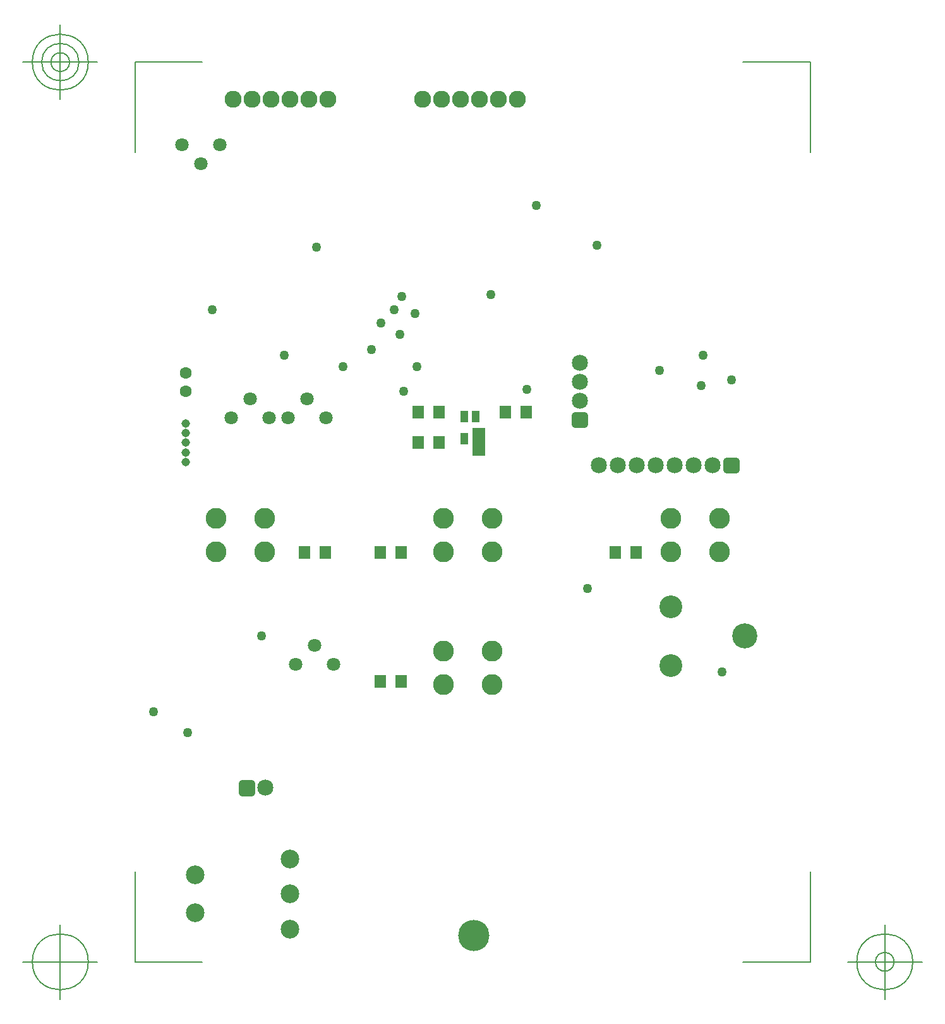
<source format=gbr>
G04 Generated by Ultiboard 14.0 *
%FSLAX33Y33*%
%MOMM*%

%ADD10C,0.001*%
%ADD11C,0.127*%
%ADD12C,2.794*%
%ADD13C,1.800*%
%ADD14C,1.270*%
%ADD15C,1.600*%
%ADD16R,1.600X1.800*%
%ADD17R,1.164X1.164*%
%ADD18C,0.995*%
%ADD19C,2.159*%
%ADD20C,2.286*%
%ADD21C,3.356*%
%ADD22C,3.048*%
%ADD23C,2.500*%
%ADD24R,1.270X1.270*%
%ADD25C,0.889*%
%ADD26R,1.100X1.500*%
%ADD27R,1.778X3.810*%
%ADD28C,1.143*%
%ADD29C,4.191*%


G04 ColorRGB FF00CC for the following layer *
%LNSolder Mask Top*%
%LPD*%
G54D10*
G54D11*
X-1754Y-20254D02*
X-1754Y-8203D01*
X-1754Y-20254D02*
X7297Y-20254D01*
X88754Y-20254D02*
X79703Y-20254D01*
X88754Y-20254D02*
X88754Y-8203D01*
X88754Y100254D02*
X88754Y88203D01*
X88754Y100254D02*
X79703Y100254D01*
X-1754Y100254D02*
X7297Y100254D01*
X-1754Y100254D02*
X-1754Y88203D01*
X-6754Y-20254D02*
X-16754Y-20254D01*
X-11754Y-25254D02*
X-11754Y-15254D01*
X-15504Y-20254D02*
G75*
D01*
G02X-15504Y-20254I3750J0*
G01*
X93754Y-20254D02*
X103754Y-20254D01*
X98754Y-25254D02*
X98754Y-15254D01*
X95004Y-20254D02*
G75*
D01*
G02X95004Y-20254I3750J0*
G01*
X97504Y-20254D02*
G75*
D01*
G02X97504Y-20254I1250J0*
G01*
X-6754Y100254D02*
X-16754Y100254D01*
X-11754Y95254D02*
X-11754Y105254D01*
X-15504Y100254D02*
G75*
D01*
G02X-15504Y100254I3750J0*
G01*
X-14254Y100254D02*
G75*
D01*
G02X-14254Y100254I2500J0*
G01*
X-13004Y100254D02*
G75*
D01*
G02X-13004Y100254I1250J0*
G01*
G54D12*
X9144Y34629D03*
X15663Y34629D03*
X9144Y39116D03*
X15663Y39116D03*
X39624Y34629D03*
X46143Y34629D03*
X39624Y39116D03*
X46143Y39116D03*
X70104Y34629D03*
X76623Y34629D03*
X70104Y39116D03*
X76623Y39116D03*
X39624Y16849D03*
X46143Y16849D03*
X39624Y21336D03*
X46143Y21336D03*
G54D13*
X4572Y89154D03*
X9652Y89154D03*
X7112Y86614D03*
X11176Y52578D03*
X16256Y52578D03*
X13716Y55118D03*
X18796Y52578D03*
X23876Y52578D03*
X21336Y55118D03*
X24892Y19558D03*
X19812Y19558D03*
X22352Y22098D03*
G54D14*
X33782Y63754D03*
X29972Y61722D03*
X31242Y65278D03*
X26162Y59436D03*
X8636Y67056D03*
X18288Y60960D03*
X22606Y75438D03*
X34036Y68834D03*
X36068Y59436D03*
X34290Y56134D03*
X50800Y56388D03*
X45974Y69088D03*
X68580Y58928D03*
X35814Y66548D03*
X74422Y60960D03*
X74168Y56896D03*
X78232Y57658D03*
X60198Y75692D03*
X52070Y81026D03*
X33020Y67056D03*
X58928Y29718D03*
X76962Y18542D03*
X5334Y10414D03*
X762Y13208D03*
X15240Y23368D03*
G54D15*
X5080Y58654D03*
X5080Y56154D03*
G54D16*
X38992Y49276D03*
X36192Y49276D03*
X38992Y53340D03*
X36192Y53340D03*
X47876Y53340D03*
X50676Y53340D03*
X20952Y34544D03*
X23752Y34544D03*
X33912Y34544D03*
X31112Y34544D03*
X33912Y17272D03*
X31112Y17272D03*
X65408Y34544D03*
X62608Y34544D03*
G54D17*
X57912Y52324D03*
X78232Y46228D03*
G54D18*
X57330Y51742D02*
X58494Y51742D01*
X58494Y52906D01*
X57330Y52906D01*
X57330Y51742D01*D02*
X77650Y45646D02*
X78814Y45646D01*
X78814Y46810D01*
X77650Y46810D01*
X77650Y45646D01*D02*
G54D19*
X57912Y54864D03*
X57912Y57404D03*
X57912Y59944D03*
X60452Y46228D03*
X62992Y46228D03*
X65532Y46228D03*
X68072Y46228D03*
X70612Y46228D03*
X73152Y46228D03*
X75692Y46228D03*
X15748Y3048D03*
G54D20*
X11430Y95250D03*
X13970Y95250D03*
X16510Y95250D03*
X19050Y95250D03*
X21590Y95250D03*
X24130Y95250D03*
X36830Y95250D03*
X39370Y95250D03*
X41910Y95250D03*
X44450Y95250D03*
X46990Y95250D03*
X49530Y95250D03*
G54D21*
X80010Y23368D03*
G54D22*
X70104Y19418D03*
X70104Y27318D03*
G54D23*
X19050Y-6476D03*
X19050Y-11176D03*
X19050Y-15876D03*
X6350Y-13716D03*
X6350Y-8636D03*
G54D24*
X13208Y3048D03*
G54D25*
X12573Y2413D02*
X13843Y2413D01*
X13843Y3683D01*
X12573Y3683D01*
X12573Y2413D01*D02*
G54D26*
X42430Y49808D03*
X42430Y52808D03*
X43930Y52808D03*
G54D27*
X44304Y49430D03*
G54D28*
X5080Y46676D03*
X5080Y47976D03*
X5080Y50576D03*
X5080Y49276D03*
X5080Y51876D03*
G54D29*
X43688Y-16764D03*

M02*

</source>
